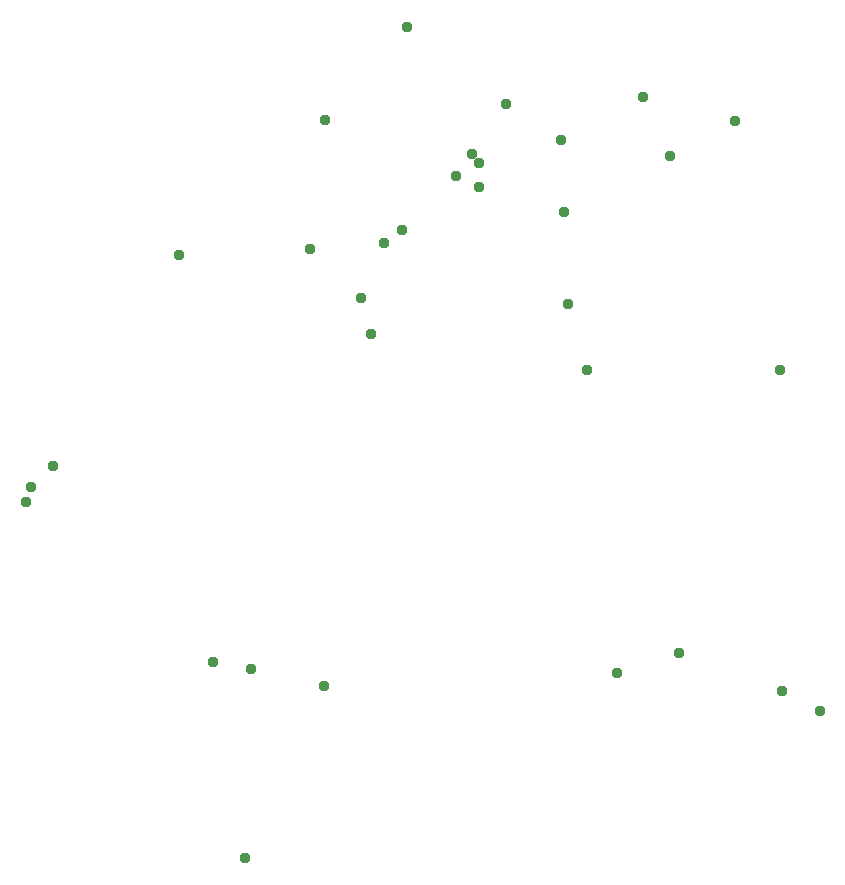
<source format=gbr>
G04 EAGLE Gerber RS-274X export*
G75*
%MOMM*%
%FSLAX34Y34*%
%LPD*%
%INSoldermask Bottom*%
%IPPOS*%
%AMOC8*
5,1,8,0,0,1.08239X$1,22.5*%
G01*
%ADD10C,0.959600*%


D10*
X15240Y259080D03*
X15240Y239268D03*
X-76200Y114300D03*
X-85344Y144780D03*
X-128119Y186688D03*
X-65411Y191545D03*
X84294Y279216D03*
X89916Y140208D03*
X-4572Y248412D03*
X-50292Y202692D03*
X9144Y266700D03*
X86868Y217932D03*
X106680Y83820D03*
X269748Y83820D03*
X303276Y-204216D03*
X-345948Y3048D03*
X-364236Y-15240D03*
X184404Y-155448D03*
X-116368Y-183439D03*
X131948Y-172273D03*
X232068Y294783D03*
X38100Y309372D03*
X-239268Y181356D03*
X-45720Y374904D03*
X-210312Y-163068D03*
X176784Y265176D03*
X-178308Y-169164D03*
X-368808Y-27432D03*
X-182880Y-329184D03*
X271272Y-187452D03*
X-115824Y295656D03*
X153924Y315468D03*
M02*

</source>
